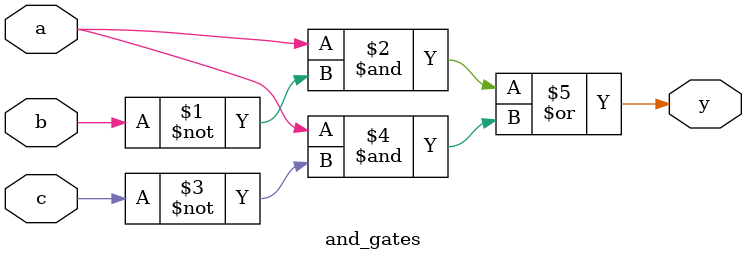
<source format=v>


module and_gates ( a, b, c, y);
  
  

  input  a, b, c;  
 
  output  y;
 
  assign y = ( a & ~b ) | ( a & ~c);
  
  
endmodule

</source>
